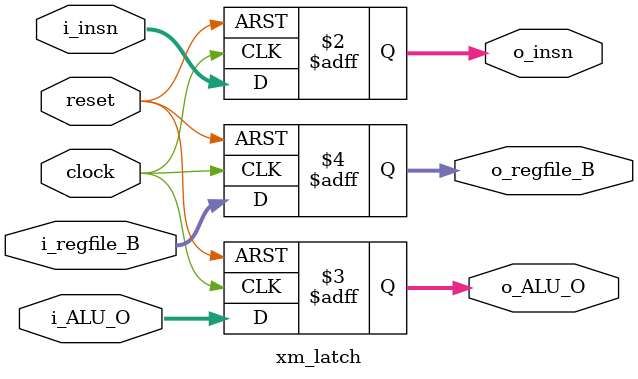
<source format=v>
module xm_latch(
    input clock,
    input reset,
    input [31:0] i_insn,
    input [31:0] i_ALU_O,
    input [31:0] i_regfile_B,
    output reg [31:0] o_insn,
    output reg [31:0] o_ALU_O,
    output reg [31:0] o_regfile_B
);

    always @(negedge clock or posedge reset) begin
       if (reset) begin
           o_insn <= 32'd0;
           o_ALU_O <= 32'd0;
           o_regfile_B <= 32'd0;
       end else begin
           o_insn <= i_insn;
           o_ALU_O<= i_ALU_O;
           o_regfile_B <= i_regfile_B;
       end
    end 

endmodule
</source>
